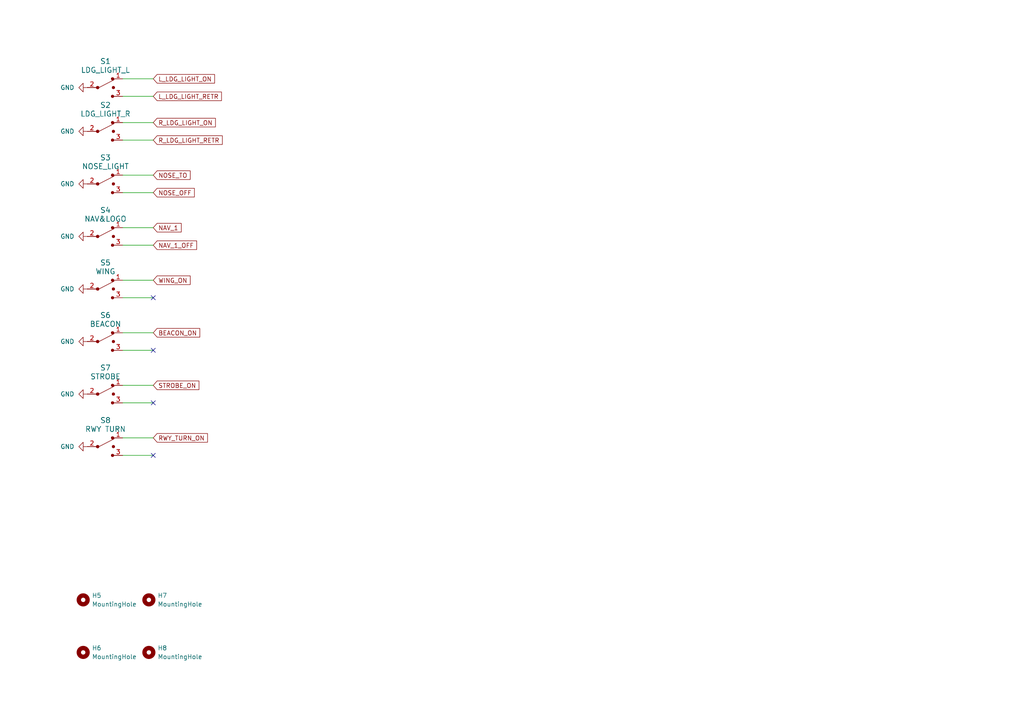
<source format=kicad_sch>
(kicad_sch (version 20250114) (generator "eeschema") (generator_version "9.0")
  (paper "A4")
  (lib_symbols
    (symbol "Mechanical:MountingHole" (pin_names (offset 1.016)) (exclude_from_sim yes) (in_bom no)
      (property "Reference" "H" (at 0 5.08 0))
      (property "Value" "MountingHole" (at 0 3.175 0))
      (symbol "MountingHole_0_1"
        (circle (center 0 0) (radius 1.27) (stroke (width 1.27)))
      )
    )
    (symbol "dk_Toggle-Switches:100SP1T1B4M2QE" (pin_names (offset 0) (hide yes))
      (property "Reference" "S" (at -3.81 2.54 0))
      (property "Value" "100SP1T1B4M2QE" (at 0 -5.715 0))
      (symbol "100SP1T1B4M2QE_0_1"
        (circle (center -2.159 0) (radius 0.4064) (fill (type outline)))
        (circle (center 2.159 2.54) (radius 0.381) (fill (type outline)))
        (circle (center 2.159 -2.54) (radius 0.381) (fill (type outline)))
        (circle (center 2.413 0) (radius 0.381) (fill (type outline)))
        (polyline (pts (xy 2.667 2.286) (xy -1.778 0)))
      )
      (symbol "100SP1T1B4M2QE_1_1"
        (pin passive line (at -5.08 0 0) (length 2.54) (name "Com") (number "2"))
        (pin passive line (at 5.08 2.54 180) (length 2.54) (name "~") (number "1"))
        (pin passive line (at 5.08 -2.54 180) (length 2.54) (name "~") (number "3"))
      )
    )
    (symbol "power:GND" (power) (pin_numbers (hide yes)) (pin_names (offset 0) (hide yes))
      (property "Value" "GND" (at 0 -3.81 0))
      (symbol "GND_0_1"
        (polyline (pts (xy 0 0) (xy 0 -1.27) (xy 1.27 -1.27) (xy 0 -2.54) (xy -1.27 -1.27) (xy 0 -1.27)))
      )
      (symbol "GND_1_1"
        (pin power_in line (at 0 0 270) (length 0) (name "~") (number "1"))
      )
    )
  )
  (no_connect (at 44.45 132.08))
  (no_connect (at 44.45 116.84))
  (no_connect (at 44.45 86.36))
  (no_connect (at 44.45 101.6))
  (wire (pts (xy 44.45 40.64) (xy 35.56 40.64)))
  (wire (pts (xy 44.45 71.12) (xy 35.56 71.12)))
  (wire (pts (xy 44.45 22.86) (xy 35.56 22.86)))
  (wire (pts (xy 44.45 55.88) (xy 35.56 55.88)))
  (wire (pts (xy 44.45 96.52) (xy 35.56 96.52)))
  (wire (pts (xy 44.45 81.28) (xy 35.56 81.28)))
  (wire (pts (xy 44.45 116.84) (xy 35.56 116.84)))
  (wire (pts (xy 44.45 27.94) (xy 35.56 27.94)))
  (wire (pts (xy 44.45 111.76) (xy 35.56 111.76)))
  (wire (pts (xy 44.45 132.08) (xy 35.56 132.08)))
  (wire (pts (xy 44.45 101.6) (xy 35.56 101.6)))
  (wire (pts (xy 44.45 86.36) (xy 35.56 86.36)))
  (wire (pts (xy 44.45 50.8) (xy 35.56 50.8)))
  (wire (pts (xy 44.45 127) (xy 35.56 127)))
  (wire (pts (xy 44.45 35.56) (xy 35.56 35.56)))
  (wire (pts (xy 44.45 66.04) (xy 35.56 66.04)))
  (global_label "R_LDG_LIGHT_ON" (shape input) (at 44.45 35.56 0) (property "Intersheetrefs" "${INTERSHEET_REFS}" (effects (hide yes))))
  (global_label "NOSE_TO" (shape input) (at 44.45 50.8 0) (property "Intersheetrefs" "${INTERSHEET_REFS}" (effects (hide yes))))
  (global_label "BEACON_ON" (shape input) (at 44.45 96.52 0) (property "Intersheetrefs" "${INTERSHEET_REFS}" (effects (hide yes))))
  (global_label "L_LDG_LIGHT_ON" (shape input) (at 44.45 22.86 0) (property "Intersheetrefs" "${INTERSHEET_REFS}" (effects (hide yes))))
  (global_label "R_LDG_LIGHT_RETR" (shape input) (at 44.45 40.64 0) (property "Intersheetrefs" "${INTERSHEET_REFS}" (effects (hide yes))))
  (global_label "NAV_1_OFF" (shape input) (at 44.45 71.12 0) (property "Intersheetrefs" "${INTERSHEET_REFS}" (effects (hide yes))))
  (global_label "WING_ON" (shape input) (at 44.45 81.28 0) (property "Intersheetrefs" "${INTERSHEET_REFS}" (effects (hide yes))))
  (global_label "STROBE_ON" (shape input) (at 44.45 111.76 0) (property "Intersheetrefs" "${INTERSHEET_REFS}" (effects (hide yes))))
  (global_label "L_LDG_LIGHT_RETR" (shape input) (at 44.45 27.94 0) (property "Intersheetrefs" "${INTERSHEET_REFS}" (effects (hide yes))))
  (global_label "NOSE_OFF" (shape input) (at 44.45 55.88 0) (property "Intersheetrefs" "${INTERSHEET_REFS}" (effects (hide yes))))
  (global_label "RWY_TURN_ON" (shape input) (at 44.45 127 0) (property "Intersheetrefs" "${INTERSHEET_REFS}" (effects (hide yes))))
  (global_label "NAV_1" (shape input) (at 44.45 66.04 0) (property "Intersheetrefs" "${INTERSHEET_REFS}" (effects (hide yes))))
  (symbol (lib_id "power:GND") (at 25.4 68.58 270) (unit 1)
    (property "Reference" "#PWR019" (effects (hide yes)))
    (property "Value" "GND" (at 21.59 68.5799 90) (effects (justify right)))
    (property "Description" "Power symbol creates a global label with name \"GND\" , ground" (effects (hide yes)))
  )
  (symbol (lib_id "dk_Toggle-Switches:100SP1T1B4M2QE") (at 30.48 38.1 0) (unit 1)
    (property "Reference" "S2" (at 30.5943 30.48 0) (effects (font (size 1.524 1.524))))
    (property "Value" "LDG_LIGHT_R" (at 30.5943 33.02 0) (effects (font (size 1.524 1.524))))
    (property "Footprint" "digikey-footprints:Toggle_Switch_100SP1T1B4M2QE" (effects (hide yes)))
    (property "Datasheet" "http://spec_sheets.e-switch.com/specs/T111597.pdf" (effects (hide yes)))
    (property "Description" "SWITCH TOGGLE SPDT 5A 120V" (effects (hide yes)))
    (property "Digi-Key_PN" "EG2355-ND" (effects (hide yes)))
    (property "MPN" "100SP1T1B4M2QE" (effects (hide yes)))
    (property "Category" "Switches" (effects (hide yes)))
    (property "Family" "Toggle Switches" (effects (hide yes)))
    (property "DK_Datasheet_Link" "http://spec_sheets.e-switch.com/specs/T111597.pdf" (effects (hide yes)))
    (property "DK_Detail_Page" "/product-detail/en/e-switch/100SP1T1B4M2QE/EG2355-ND/378824" (effects (hide yes)))
    (property "Description_1" "SWITCH TOGGLE SPDT 5A 120V" (effects (hide yes)))
    (property "Manufacturer" "E-Switch" (effects (hide yes)))
    (property "Status" "Active" (effects (hide yes)))
  )
  (symbol (lib_id "power:GND") (at 25.4 99.06 270) (unit 1)
    (property "Reference" "#PWR021" (effects (hide yes)))
    (property "Value" "GND" (at 21.59 99.0599 90) (effects (justify right)))
    (property "Description" "Power symbol creates a global label with name \"GND\" , ground" (effects (hide yes)))
  )
  (symbol (lib_id "dk_Toggle-Switches:100SP1T1B4M2QE") (at 30.48 83.82 0) (unit 1)
    (property "Reference" "S5" (at 30.5943 76.2 0) (effects (font (size 1.524 1.524))))
    (property "Value" "WING" (at 30.5943 78.74 0) (effects (font (size 1.524 1.524))))
    (property "Footprint" "digikey-footprints:Toggle_Switch_100SP1T1B4M2QE" (effects (hide yes)))
    (property "Datasheet" "http://spec_sheets.e-switch.com/specs/T111597.pdf" (effects (hide yes)))
    (property "Description" "SWITCH TOGGLE SPDT 5A 120V" (effects (hide yes)))
    (property "Digi-Key_PN" "EG2355-ND" (effects (hide yes)))
    (property "MPN" "100SP1T1B4M2QE" (effects (hide yes)))
    (property "Category" "Switches" (effects (hide yes)))
    (property "Family" "Toggle Switches" (effects (hide yes)))
    (property "DK_Datasheet_Link" "http://spec_sheets.e-switch.com/specs/T111597.pdf" (effects (hide yes)))
    (property "DK_Detail_Page" "/product-detail/en/e-switch/100SP1T1B4M2QE/EG2355-ND/378824" (effects (hide yes)))
    (property "Description_1" "SWITCH TOGGLE SPDT 5A 120V" (effects (hide yes)))
    (property "Manufacturer" "E-Switch" (effects (hide yes)))
    (property "Status" "Active" (effects (hide yes)))
  )
  (symbol (lib_id "dk_Toggle-Switches:100SP1T1B4M2QE") (at 30.48 99.06 0) (unit 1)
    (property "Reference" "S6" (at 30.5943 91.44 0) (effects (font (size 1.524 1.524))))
    (property "Value" "BEACON" (at 30.5943 93.98 0) (effects (font (size 1.524 1.524))))
    (property "Footprint" "digikey-footprints:Toggle_Switch_100SP1T1B4M2QE" (effects (hide yes)))
    (property "Datasheet" "http://spec_sheets.e-switch.com/specs/T111597.pdf" (effects (hide yes)))
    (property "Description" "SWITCH TOGGLE SPDT 5A 120V" (effects (hide yes)))
    (property "Digi-Key_PN" "EG2355-ND" (effects (hide yes)))
    (property "MPN" "100SP1T1B4M2QE" (effects (hide yes)))
    (property "Category" "Switches" (effects (hide yes)))
    (property "Family" "Toggle Switches" (effects (hide yes)))
    (property "DK_Datasheet_Link" "http://spec_sheets.e-switch.com/specs/T111597.pdf" (effects (hide yes)))
    (property "DK_Detail_Page" "/product-detail/en/e-switch/100SP1T1B4M2QE/EG2355-ND/378824" (effects (hide yes)))
    (property "Description_1" "SWITCH TOGGLE SPDT 5A 120V" (effects (hide yes)))
    (property "Manufacturer" "E-Switch" (effects (hide yes)))
    (property "Status" "Active" (effects (hide yes)))
  )
  (symbol (lib_id "dk_Toggle-Switches:100SP1T1B4M2QE") (at 30.48 68.58 0) (unit 1)
    (property "Reference" "S4" (at 30.5943 60.96 0) (effects (font (size 1.524 1.524))))
    (property "Value" "NAV&LOGO" (at 30.5943 63.5 0) (effects (font (size 1.524 1.524))))
    (property "Footprint" "digikey-footprints:Toggle_Switch_100SP1T1B4M2QE" (effects (hide yes)))
    (property "Datasheet" "http://spec_sheets.e-switch.com/specs/T111597.pdf" (effects (hide yes)))
    (property "Description" "SWITCH TOGGLE SPDT 5A 120V" (effects (hide yes)))
    (property "Digi-Key_PN" "EG2355-ND" (effects (hide yes)))
    (property "MPN" "100SP1T1B4M2QE" (effects (hide yes)))
    (property "Category" "Switches" (effects (hide yes)))
    (property "Family" "Toggle Switches" (effects (hide yes)))
    (property "DK_Datasheet_Link" "http://spec_sheets.e-switch.com/specs/T111597.pdf" (effects (hide yes)))
    (property "DK_Detail_Page" "/product-detail/en/e-switch/100SP1T1B4M2QE/EG2355-ND/378824" (effects (hide yes)))
    (property "Description_1" "SWITCH TOGGLE SPDT 5A 120V" (effects (hide yes)))
    (property "Manufacturer" "E-Switch" (effects (hide yes)))
    (property "Status" "Active" (effects (hide yes)))
  )
  (symbol (lib_id "Mechanical:MountingHole") (at 43.18 173.99 0) (unit 1) (exclude_from_sim yes) (in_bom no)
    (property "Reference" "H7" (at 45.72 172.7199 0) (effects (justify left)))
    (property "Value" "MountingHole" (at 45.72 175.2599 0) (effects (justify left)))
    (property "Footprint" "MountingHole:MountingHole_3.2mm_M3_DIN965_Pad_TopBottom" (effects (hide yes)))
    (property "Description" "Mounting Hole without connection" (effects (hide yes)))
  )
  (symbol (lib_id "Mechanical:MountingHole") (at 43.18 189.23 0) (unit 1) (exclude_from_sim yes) (in_bom no)
    (property "Reference" "H8" (at 45.72 187.9599 0) (effects (justify left)))
    (property "Value" "MountingHole" (at 45.72 190.4999 0) (effects (justify left)))
    (property "Footprint" "MountingHole:MountingHole_3.2mm_M3_DIN965_Pad_TopBottom" (effects (hide yes)))
    (property "Description" "Mounting Hole without connection" (effects (hide yes)))
  )
  (symbol (lib_id "power:GND") (at 25.4 114.3 270) (unit 1)
    (property "Reference" "#PWR022" (effects (hide yes)))
    (property "Value" "GND" (at 21.59 114.2999 90) (effects (justify right)))
    (property "Description" "Power symbol creates a global label with name \"GND\" , ground" (effects (hide yes)))
  )
  (symbol (lib_id "power:GND") (at 25.4 129.54 270) (unit 1)
    (property "Reference" "#PWR023" (effects (hide yes)))
    (property "Value" "GND" (at 21.59 129.5399 90) (effects (justify right)))
    (property "Description" "Power symbol creates a global label with name \"GND\" , ground" (effects (hide yes)))
  )
  (symbol (lib_id "power:GND") (at 25.4 83.82 270) (unit 1)
    (property "Reference" "#PWR020" (effects (hide yes)))
    (property "Value" "GND" (at 21.59 83.8199 90) (effects (justify right)))
    (property "Description" "Power symbol creates a global label with name \"GND\" , ground" (effects (hide yes)))
  )
  (symbol (lib_id "dk_Toggle-Switches:100SP1T1B4M2QE") (at 30.48 53.34 0) (unit 1)
    (property "Reference" "S3" (at 30.5943 45.72 0) (effects (font (size 1.524 1.524))))
    (property "Value" "NOSE_LIGHT" (at 30.5943 48.26 0) (effects (font (size 1.524 1.524))))
    (property "Footprint" "digikey-footprints:Toggle_Switch_100SP1T1B4M2QE" (effects (hide yes)))
    (property "Datasheet" "http://spec_sheets.e-switch.com/specs/T111597.pdf" (effects (hide yes)))
    (property "Description" "SWITCH TOGGLE SPDT 5A 120V" (effects (hide yes)))
    (property "Digi-Key_PN" "EG2355-ND" (effects (hide yes)))
    (property "MPN" "100SP1T1B4M2QE" (effects (hide yes)))
    (property "Category" "Switches" (effects (hide yes)))
    (property "Family" "Toggle Switches" (effects (hide yes)))
    (property "DK_Datasheet_Link" "http://spec_sheets.e-switch.com/specs/T111597.pdf" (effects (hide yes)))
    (property "DK_Detail_Page" "/product-detail/en/e-switch/100SP1T1B4M2QE/EG2355-ND/378824" (effects (hide yes)))
    (property "Description_1" "SWITCH TOGGLE SPDT 5A 120V" (effects (hide yes)))
    (property "Manufacturer" "E-Switch" (effects (hide yes)))
    (property "Status" "Active" (effects (hide yes)))
  )
  (symbol (lib_id "dk_Toggle-Switches:100SP1T1B4M2QE") (at 30.48 129.54 0) (unit 1)
    (property "Reference" "S8" (at 30.5943 121.92 0) (effects (font (size 1.524 1.524))))
    (property "Value" "RWY TURN" (at 30.5943 124.46 0) (effects (font (size 1.524 1.524))))
    (property "Footprint" "digikey-footprints:Toggle_Switch_100SP1T1B4M2QE" (effects (hide yes)))
    (property "Datasheet" "http://spec_sheets.e-switch.com/specs/T111597.pdf" (effects (hide yes)))
    (property "Description" "SWITCH TOGGLE SPDT 5A 120V" (effects (hide yes)))
    (property "Digi-Key_PN" "EG2355-ND" (effects (hide yes)))
    (property "MPN" "100SP1T1B4M2QE" (effects (hide yes)))
    (property "Category" "Switches" (effects (hide yes)))
    (property "Family" "Toggle Switches" (effects (hide yes)))
    (property "DK_Datasheet_Link" "http://spec_sheets.e-switch.com/specs/T111597.pdf" (effects (hide yes)))
    (property "DK_Detail_Page" "/product-detail/en/e-switch/100SP1T1B4M2QE/EG2355-ND/378824" (effects (hide yes)))
    (property "Description_1" "SWITCH TOGGLE SPDT 5A 120V" (effects (hide yes)))
    (property "Manufacturer" "E-Switch" (effects (hide yes)))
    (property "Status" "Active" (effects (hide yes)))
  )
  (symbol (lib_id "power:GND") (at 25.4 25.4 270) (unit 1)
    (property "Reference" "#PWR016" (effects (hide yes)))
    (property "Value" "GND" (at 21.59 25.3999 90) (effects (justify right)))
    (property "Description" "Power symbol creates a global label with name \"GND\" , ground" (effects (hide yes)))
  )
  (symbol (lib_id "power:GND") (at 25.4 53.34 270) (unit 1)
    (property "Reference" "#PWR018" (effects (hide yes)))
    (property "Value" "GND" (at 21.59 53.3399 90) (effects (justify right)))
    (property "Description" "Power symbol creates a global label with name \"GND\" , ground" (effects (hide yes)))
  )
  (symbol (lib_id "Mechanical:MountingHole") (at 24.13 189.23 0) (unit 1) (exclude_from_sim yes) (in_bom no)
    (property "Reference" "H6" (at 26.67 187.9599 0) (effects (justify left)))
    (property "Value" "MountingHole" (at 26.67 190.4999 0) (effects (justify left)))
    (property "Footprint" "MountingHole:MountingHole_3.2mm_M3_DIN965_Pad_TopBottom" (effects (hide yes)))
    (property "Description" "Mounting Hole without connection" (effects (hide yes)))
  )
  (symbol (lib_id "dk_Toggle-Switches:100SP1T1B4M2QE") (at 30.48 114.3 0) (unit 1)
    (property "Reference" "S7" (at 30.5943 106.68 0) (effects (font (size 1.524 1.524))))
    (property "Value" "STROBE" (at 30.5943 109.22 0) (effects (font (size 1.524 1.524))))
    (property "Footprint" "digikey-footprints:Toggle_Switch_100SP1T1B4M2QE" (effects (hide yes)))
    (property "Datasheet" "http://spec_sheets.e-switch.com/specs/T111597.pdf" (effects (hide yes)))
    (property "Description" "SWITCH TOGGLE SPDT 5A 120V" (effects (hide yes)))
    (property "Digi-Key_PN" "EG2355-ND" (effects (hide yes)))
    (property "MPN" "100SP1T1B4M2QE" (effects (hide yes)))
    (property "Category" "Switches" (effects (hide yes)))
    (property "Family" "Toggle Switches" (effects (hide yes)))
    (property "DK_Datasheet_Link" "http://spec_sheets.e-switch.com/specs/T111597.pdf" (effects (hide yes)))
    (property "DK_Detail_Page" "/product-detail/en/e-switch/100SP1T1B4M2QE/EG2355-ND/378824" (effects (hide yes)))
    (property "Description_1" "SWITCH TOGGLE SPDT 5A 120V" (effects (hide yes)))
    (property "Manufacturer" "E-Switch" (effects (hide yes)))
    (property "Status" "Active" (effects (hide yes)))
  )
  (symbol (lib_id "Mechanical:MountingHole") (at 24.13 173.99 0) (unit 1) (exclude_from_sim yes) (in_bom no)
    (property "Reference" "H5" (at 26.67 172.7199 0) (effects (justify left)))
    (property "Value" "MountingHole" (at 26.67 175.2599 0) (effects (justify left)))
    (property "Footprint" "MountingHole:MountingHole_3.2mm_M3_DIN965_Pad_TopBottom" (effects (hide yes)))
    (property "Description" "Mounting Hole without connection" (effects (hide yes)))
  )
  (symbol (lib_id "power:GND") (at 25.4 38.1 270) (unit 1)
    (property "Reference" "#PWR017" (effects (hide yes)))
    (property "Value" "GND" (at 21.59 38.0999 90) (effects (justify right)))
    (property "Description" "Power symbol creates a global label with name \"GND\" , ground" (effects (hide yes)))
  )
  (symbol (lib_id "dk_Toggle-Switches:100SP1T1B4M2QE") (at 30.48 25.4 0) (unit 1)
    (property "Reference" "S1" (at 30.5943 17.78 0) (effects (font (size 1.524 1.524))))
    (property "Value" "LDG_LIGHT_L" (at 30.5943 20.32 0) (effects (font (size 1.524 1.524))))
    (property "Footprint" "digikey-footprints:Toggle_Switch_100SP1T1B4M2QE" (effects (hide yes)))
    (property "Datasheet" "http://spec_sheets.e-switch.com/specs/T111597.pdf" (effects (hide yes)))
    (property "Description" "SWITCH TOGGLE SPDT 5A 120V" (effects (hide yes)))
    (property "Digi-Key_PN" "EG2355-ND" (effects (hide yes)))
    (property "MPN" "100SP1T1B4M2QE" (effects (hide yes)))
    (property "Category" "Switches" (effects (hide yes)))
    (property "Family" "Toggle Switches" (effects (hide yes)))
    (property "DK_Datasheet_Link" "http://spec_sheets.e-switch.com/specs/T111597.pdf" (effects (hide yes)))
    (property "DK_Detail_Page" "/product-detail/en/e-switch/100SP1T1B4M2QE/EG2355-ND/378824" (effects (hide yes)))
    (property "Description_1" "SWITCH TOGGLE SPDT 5A 120V" (effects (hide yes)))
    (property "Manufacturer" "E-Switch" (effects (hide yes)))
    (property "Status" "Active" (effects (hide yes)))
  )
)
</source>
